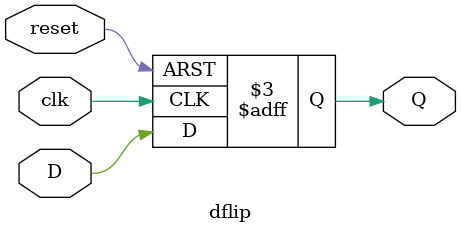
<source format=v>
module exercise6(SW,KEY,LEDR,w,clk,r,z,w0,w1,w2,w3,w4,w5,w6,w7,w8
);
	input [1:0]SW;
	input[0:0]KEY;
	output [9:0]LEDR;
	

	output w,clk,r,z,w0,w1,w2,w3,w4,w5,w6,w7,w8;
	
	assign w = SW[0];
	assign r = SW[1];
	assign clk = KEY[0];
	assign LEDR[9] = z;
	
	//assign LEDR[0] = w0;
	//assign LEDR[1] = w1;
	//assign LEDR[2] = w2;
	//assign LEDR[3] = w3;
	//assign LEDR[4] = w4;
	//assign LEDR[5] = w5;
	//assign LEDR[6] = w6;
	//assign LEDR[7] = w7;
	//assign LEDR[8] = w8;
	
	dflip U0 (~r,clk,r,w0);
	dflip U1 ((~w&&w0)|(~w&&w5)|(~w&&w6)|(~w&&w7)|(~w&&w8),clk,r,w1);
	dflip U2 (~w&&w1,clk,r,w2);
	dflip U3 (~w&&w2,clk,r,w3);
	dflip U4 ((~w&&w3)|(~w&&w4),clk,r,w4);
	dflip U5 ((w&&w0)|(w&&w1)|(w&&w2)|(w&&w3)|(w&&w4),clk,r,w5);
	dflip U6 (w&&w5,clk,r,w6);
	dflip U7 (w&&w6,clk,r,w7);
	dflip U8 ((w&&w7)|(w&&w8),clk,r,w8);
	
	assign z = (w8 | w4);
	
endmodule

module dflip(D,clk,reset,Q);
	input D, clk,reset;
	output reg Q;
	
	always @(posedge clk or negedge reset)
		if(~reset)
			Q <= 0;
		else
			Q <= D;
endmodule

</source>
